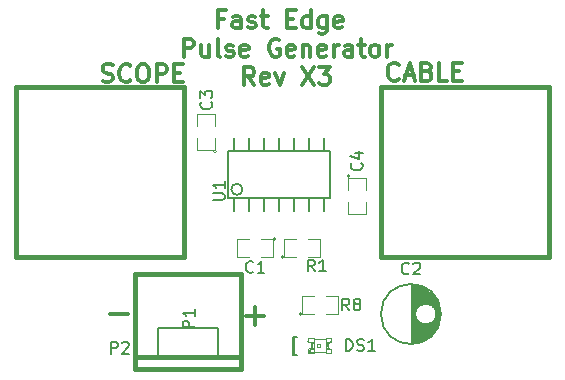
<source format=gto>
G04 #@! TF.FileFunction,Legend,Top*
%FSLAX46Y46*%
G04 Gerber Fmt 4.6, Leading zero omitted, Abs format (unit mm)*
G04 Created by KiCad (PCBNEW (after 2015-mar-04 BZR unknown)-product) date 2/18/2016 12:28:49 PM*
%MOMM*%
G01*
G04 APERTURE LIST*
%ADD10C,0.150000*%
%ADD11C,0.200000*%
%ADD12C,0.300000*%
%ADD13C,0.099060*%
%ADD14C,0.381000*%
%ADD15C,0.127000*%
%ADD16C,0.066040*%
%ADD17C,0.101600*%
%ADD18C,0.050800*%
%ADD19C,0.152400*%
G04 APERTURE END LIST*
D10*
D11*
X23368000Y-30480000D02*
X23749000Y-30480000D01*
X23368000Y-28956000D02*
X23749000Y-28956000D01*
X23368000Y-30480000D02*
X23495000Y-30480000D01*
X23368000Y-28956000D02*
X23495000Y-28956000D01*
X23368000Y-30480000D02*
X23495000Y-30480000D01*
X23368000Y-28956000D02*
X23368000Y-30480000D01*
X23495000Y-28956000D02*
X23495000Y-30480000D01*
D12*
X32329715Y-7139714D02*
X32258286Y-7211143D01*
X32044000Y-7282571D01*
X31901143Y-7282571D01*
X31686858Y-7211143D01*
X31544000Y-7068286D01*
X31472572Y-6925429D01*
X31401143Y-6639714D01*
X31401143Y-6425429D01*
X31472572Y-6139714D01*
X31544000Y-5996857D01*
X31686858Y-5854000D01*
X31901143Y-5782571D01*
X32044000Y-5782571D01*
X32258286Y-5854000D01*
X32329715Y-5925429D01*
X32901143Y-6854000D02*
X33615429Y-6854000D01*
X32758286Y-7282571D02*
X33258286Y-5782571D01*
X33758286Y-7282571D01*
X34758286Y-6496857D02*
X34972572Y-6568286D01*
X35044000Y-6639714D01*
X35115429Y-6782571D01*
X35115429Y-6996857D01*
X35044000Y-7139714D01*
X34972572Y-7211143D01*
X34829714Y-7282571D01*
X34258286Y-7282571D01*
X34258286Y-5782571D01*
X34758286Y-5782571D01*
X34901143Y-5854000D01*
X34972572Y-5925429D01*
X35044000Y-6068286D01*
X35044000Y-6211143D01*
X34972572Y-6354000D01*
X34901143Y-6425429D01*
X34758286Y-6496857D01*
X34258286Y-6496857D01*
X36472572Y-7282571D02*
X35758286Y-7282571D01*
X35758286Y-5782571D01*
X36972572Y-6496857D02*
X37472572Y-6496857D01*
X37686858Y-7282571D02*
X36972572Y-7282571D01*
X36972572Y-5782571D01*
X37686858Y-5782571D01*
X7275143Y-7338143D02*
X7489429Y-7409571D01*
X7846572Y-7409571D01*
X7989429Y-7338143D01*
X8060858Y-7266714D01*
X8132286Y-7123857D01*
X8132286Y-6981000D01*
X8060858Y-6838143D01*
X7989429Y-6766714D01*
X7846572Y-6695286D01*
X7560858Y-6623857D01*
X7418000Y-6552429D01*
X7346572Y-6481000D01*
X7275143Y-6338143D01*
X7275143Y-6195286D01*
X7346572Y-6052429D01*
X7418000Y-5981000D01*
X7560858Y-5909571D01*
X7918000Y-5909571D01*
X8132286Y-5981000D01*
X9632286Y-7266714D02*
X9560857Y-7338143D01*
X9346571Y-7409571D01*
X9203714Y-7409571D01*
X8989429Y-7338143D01*
X8846571Y-7195286D01*
X8775143Y-7052429D01*
X8703714Y-6766714D01*
X8703714Y-6552429D01*
X8775143Y-6266714D01*
X8846571Y-6123857D01*
X8989429Y-5981000D01*
X9203714Y-5909571D01*
X9346571Y-5909571D01*
X9560857Y-5981000D01*
X9632286Y-6052429D01*
X10560857Y-5909571D02*
X10846571Y-5909571D01*
X10989429Y-5981000D01*
X11132286Y-6123857D01*
X11203714Y-6409571D01*
X11203714Y-6909571D01*
X11132286Y-7195286D01*
X10989429Y-7338143D01*
X10846571Y-7409571D01*
X10560857Y-7409571D01*
X10418000Y-7338143D01*
X10275143Y-7195286D01*
X10203714Y-6909571D01*
X10203714Y-6409571D01*
X10275143Y-6123857D01*
X10418000Y-5981000D01*
X10560857Y-5909571D01*
X11846572Y-7409571D02*
X11846572Y-5909571D01*
X12418000Y-5909571D01*
X12560858Y-5981000D01*
X12632286Y-6052429D01*
X12703715Y-6195286D01*
X12703715Y-6409571D01*
X12632286Y-6552429D01*
X12560858Y-6623857D01*
X12418000Y-6695286D01*
X11846572Y-6695286D01*
X13346572Y-6623857D02*
X13846572Y-6623857D01*
X14060858Y-7409571D02*
X13346572Y-7409571D01*
X13346572Y-5909571D01*
X14060858Y-5909571D01*
X17538572Y-2064857D02*
X17038572Y-2064857D01*
X17038572Y-2850571D02*
X17038572Y-1350571D01*
X17752858Y-1350571D01*
X18967143Y-2850571D02*
X18967143Y-2064857D01*
X18895714Y-1922000D01*
X18752857Y-1850571D01*
X18467143Y-1850571D01*
X18324286Y-1922000D01*
X18967143Y-2779143D02*
X18824286Y-2850571D01*
X18467143Y-2850571D01*
X18324286Y-2779143D01*
X18252857Y-2636286D01*
X18252857Y-2493429D01*
X18324286Y-2350571D01*
X18467143Y-2279143D01*
X18824286Y-2279143D01*
X18967143Y-2207714D01*
X19610000Y-2779143D02*
X19752857Y-2850571D01*
X20038572Y-2850571D01*
X20181429Y-2779143D01*
X20252857Y-2636286D01*
X20252857Y-2564857D01*
X20181429Y-2422000D01*
X20038572Y-2350571D01*
X19824286Y-2350571D01*
X19681429Y-2279143D01*
X19610000Y-2136286D01*
X19610000Y-2064857D01*
X19681429Y-1922000D01*
X19824286Y-1850571D01*
X20038572Y-1850571D01*
X20181429Y-1922000D01*
X20681429Y-1850571D02*
X21252858Y-1850571D01*
X20895715Y-1350571D02*
X20895715Y-2636286D01*
X20967143Y-2779143D01*
X21110001Y-2850571D01*
X21252858Y-2850571D01*
X22895715Y-2064857D02*
X23395715Y-2064857D01*
X23610001Y-2850571D02*
X22895715Y-2850571D01*
X22895715Y-1350571D01*
X23610001Y-1350571D01*
X24895715Y-2850571D02*
X24895715Y-1350571D01*
X24895715Y-2779143D02*
X24752858Y-2850571D01*
X24467144Y-2850571D01*
X24324286Y-2779143D01*
X24252858Y-2707714D01*
X24181429Y-2564857D01*
X24181429Y-2136286D01*
X24252858Y-1993429D01*
X24324286Y-1922000D01*
X24467144Y-1850571D01*
X24752858Y-1850571D01*
X24895715Y-1922000D01*
X26252858Y-1850571D02*
X26252858Y-3064857D01*
X26181429Y-3207714D01*
X26110001Y-3279143D01*
X25967144Y-3350571D01*
X25752858Y-3350571D01*
X25610001Y-3279143D01*
X26252858Y-2779143D02*
X26110001Y-2850571D01*
X25824287Y-2850571D01*
X25681429Y-2779143D01*
X25610001Y-2707714D01*
X25538572Y-2564857D01*
X25538572Y-2136286D01*
X25610001Y-1993429D01*
X25681429Y-1922000D01*
X25824287Y-1850571D01*
X26110001Y-1850571D01*
X26252858Y-1922000D01*
X27538572Y-2779143D02*
X27395715Y-2850571D01*
X27110001Y-2850571D01*
X26967144Y-2779143D01*
X26895715Y-2636286D01*
X26895715Y-2064857D01*
X26967144Y-1922000D01*
X27110001Y-1850571D01*
X27395715Y-1850571D01*
X27538572Y-1922000D01*
X27610001Y-2064857D01*
X27610001Y-2207714D01*
X26895715Y-2350571D01*
X14145715Y-5250571D02*
X14145715Y-3750571D01*
X14717143Y-3750571D01*
X14860001Y-3822000D01*
X14931429Y-3893429D01*
X15002858Y-4036286D01*
X15002858Y-4250571D01*
X14931429Y-4393429D01*
X14860001Y-4464857D01*
X14717143Y-4536286D01*
X14145715Y-4536286D01*
X16288572Y-4250571D02*
X16288572Y-5250571D01*
X15645715Y-4250571D02*
X15645715Y-5036286D01*
X15717143Y-5179143D01*
X15860001Y-5250571D01*
X16074286Y-5250571D01*
X16217143Y-5179143D01*
X16288572Y-5107714D01*
X17217144Y-5250571D02*
X17074286Y-5179143D01*
X17002858Y-5036286D01*
X17002858Y-3750571D01*
X17717143Y-5179143D02*
X17860000Y-5250571D01*
X18145715Y-5250571D01*
X18288572Y-5179143D01*
X18360000Y-5036286D01*
X18360000Y-4964857D01*
X18288572Y-4822000D01*
X18145715Y-4750571D01*
X17931429Y-4750571D01*
X17788572Y-4679143D01*
X17717143Y-4536286D01*
X17717143Y-4464857D01*
X17788572Y-4322000D01*
X17931429Y-4250571D01*
X18145715Y-4250571D01*
X18288572Y-4322000D01*
X19574286Y-5179143D02*
X19431429Y-5250571D01*
X19145715Y-5250571D01*
X19002858Y-5179143D01*
X18931429Y-5036286D01*
X18931429Y-4464857D01*
X19002858Y-4322000D01*
X19145715Y-4250571D01*
X19431429Y-4250571D01*
X19574286Y-4322000D01*
X19645715Y-4464857D01*
X19645715Y-4607714D01*
X18931429Y-4750571D01*
X22217143Y-3822000D02*
X22074286Y-3750571D01*
X21860000Y-3750571D01*
X21645715Y-3822000D01*
X21502857Y-3964857D01*
X21431429Y-4107714D01*
X21360000Y-4393429D01*
X21360000Y-4607714D01*
X21431429Y-4893429D01*
X21502857Y-5036286D01*
X21645715Y-5179143D01*
X21860000Y-5250571D01*
X22002857Y-5250571D01*
X22217143Y-5179143D01*
X22288572Y-5107714D01*
X22288572Y-4607714D01*
X22002857Y-4607714D01*
X23502857Y-5179143D02*
X23360000Y-5250571D01*
X23074286Y-5250571D01*
X22931429Y-5179143D01*
X22860000Y-5036286D01*
X22860000Y-4464857D01*
X22931429Y-4322000D01*
X23074286Y-4250571D01*
X23360000Y-4250571D01*
X23502857Y-4322000D01*
X23574286Y-4464857D01*
X23574286Y-4607714D01*
X22860000Y-4750571D01*
X24217143Y-4250571D02*
X24217143Y-5250571D01*
X24217143Y-4393429D02*
X24288571Y-4322000D01*
X24431429Y-4250571D01*
X24645714Y-4250571D01*
X24788571Y-4322000D01*
X24860000Y-4464857D01*
X24860000Y-5250571D01*
X26145714Y-5179143D02*
X26002857Y-5250571D01*
X25717143Y-5250571D01*
X25574286Y-5179143D01*
X25502857Y-5036286D01*
X25502857Y-4464857D01*
X25574286Y-4322000D01*
X25717143Y-4250571D01*
X26002857Y-4250571D01*
X26145714Y-4322000D01*
X26217143Y-4464857D01*
X26217143Y-4607714D01*
X25502857Y-4750571D01*
X26860000Y-5250571D02*
X26860000Y-4250571D01*
X26860000Y-4536286D02*
X26931428Y-4393429D01*
X27002857Y-4322000D01*
X27145714Y-4250571D01*
X27288571Y-4250571D01*
X28431428Y-5250571D02*
X28431428Y-4464857D01*
X28359999Y-4322000D01*
X28217142Y-4250571D01*
X27931428Y-4250571D01*
X27788571Y-4322000D01*
X28431428Y-5179143D02*
X28288571Y-5250571D01*
X27931428Y-5250571D01*
X27788571Y-5179143D01*
X27717142Y-5036286D01*
X27717142Y-4893429D01*
X27788571Y-4750571D01*
X27931428Y-4679143D01*
X28288571Y-4679143D01*
X28431428Y-4607714D01*
X28931428Y-4250571D02*
X29502857Y-4250571D01*
X29145714Y-3750571D02*
X29145714Y-5036286D01*
X29217142Y-5179143D01*
X29360000Y-5250571D01*
X29502857Y-5250571D01*
X30217143Y-5250571D02*
X30074285Y-5179143D01*
X30002857Y-5107714D01*
X29931428Y-4964857D01*
X29931428Y-4536286D01*
X30002857Y-4393429D01*
X30074285Y-4322000D01*
X30217143Y-4250571D01*
X30431428Y-4250571D01*
X30574285Y-4322000D01*
X30645714Y-4393429D01*
X30717143Y-4536286D01*
X30717143Y-4964857D01*
X30645714Y-5107714D01*
X30574285Y-5179143D01*
X30431428Y-5250571D01*
X30217143Y-5250571D01*
X31360000Y-5250571D02*
X31360000Y-4250571D01*
X31360000Y-4536286D02*
X31431428Y-4393429D01*
X31502857Y-4322000D01*
X31645714Y-4250571D01*
X31788571Y-4250571D01*
X20110001Y-7650571D02*
X19610001Y-6936286D01*
X19252858Y-7650571D02*
X19252858Y-6150571D01*
X19824286Y-6150571D01*
X19967144Y-6222000D01*
X20038572Y-6293429D01*
X20110001Y-6436286D01*
X20110001Y-6650571D01*
X20038572Y-6793429D01*
X19967144Y-6864857D01*
X19824286Y-6936286D01*
X19252858Y-6936286D01*
X21324286Y-7579143D02*
X21181429Y-7650571D01*
X20895715Y-7650571D01*
X20752858Y-7579143D01*
X20681429Y-7436286D01*
X20681429Y-6864857D01*
X20752858Y-6722000D01*
X20895715Y-6650571D01*
X21181429Y-6650571D01*
X21324286Y-6722000D01*
X21395715Y-6864857D01*
X21395715Y-7007714D01*
X20681429Y-7150571D01*
X21895715Y-6650571D02*
X22252858Y-7650571D01*
X22610000Y-6650571D01*
X24181429Y-6150571D02*
X25181429Y-7650571D01*
X25181429Y-6150571D02*
X24181429Y-7650571D01*
X25610000Y-6150571D02*
X26538571Y-6150571D01*
X26038571Y-6722000D01*
X26252857Y-6722000D01*
X26395714Y-6793429D01*
X26467143Y-6864857D01*
X26538571Y-7007714D01*
X26538571Y-7364857D01*
X26467143Y-7507714D01*
X26395714Y-7579143D01*
X26252857Y-7650571D01*
X25824285Y-7650571D01*
X25681428Y-7579143D01*
X25610000Y-7507714D01*
X7861905Y-27069143D02*
X9410095Y-27069143D01*
X19418905Y-27196143D02*
X20967095Y-27196143D01*
X20193000Y-27970238D02*
X20193000Y-26422048D01*
D13*
X22606000Y-22225000D02*
G75*
G03X22606000Y-22225000I-127000J0D01*
G01*
X23622000Y-22225000D02*
X22606000Y-22225000D01*
X22606000Y-22225000D02*
X22606000Y-20701000D01*
X22606000Y-20701000D02*
X23622000Y-20701000D01*
X24638000Y-20701000D02*
X25654000Y-20701000D01*
X25654000Y-20701000D02*
X25654000Y-22225000D01*
X25654000Y-22225000D02*
X24638000Y-22225000D01*
X21971000Y-20701000D02*
G75*
G03X21971000Y-20701000I-127000J0D01*
G01*
X20701000Y-20701000D02*
X21717000Y-20701000D01*
X21717000Y-20701000D02*
X21717000Y-22225000D01*
X21717000Y-22225000D02*
X20701000Y-22225000D01*
X19685000Y-22225000D02*
X18669000Y-22225000D01*
X18669000Y-22225000D02*
X18669000Y-20701000D01*
X18669000Y-20701000D02*
X19685000Y-20701000D01*
X16889000Y-13281000D02*
G75*
G03X16889000Y-13281000I-127000J0D01*
G01*
X16762000Y-12138000D02*
X16762000Y-13154000D01*
X16762000Y-13154000D02*
X15238000Y-13154000D01*
X15238000Y-13154000D02*
X15238000Y-12138000D01*
X15238000Y-11122000D02*
X15238000Y-10106000D01*
X15238000Y-10106000D02*
X16762000Y-10106000D01*
X16762000Y-10106000D02*
X16762000Y-11122000D01*
D14*
X19018000Y-31678000D02*
X19018000Y-23678000D01*
X10018000Y-31678000D02*
X10018000Y-23678000D01*
X19018000Y-23678000D02*
X10018000Y-23678000D01*
X19018000Y-30678000D02*
X10018000Y-30678000D01*
X19018000Y-31678000D02*
X10018000Y-31678000D01*
D15*
X17907000Y-13258800D02*
X17907000Y-17221200D01*
X17907000Y-17221200D02*
X26543000Y-17221200D01*
X26543000Y-17221200D02*
X26543000Y-13258800D01*
X26543000Y-13258800D02*
X17907000Y-13258800D01*
X19685000Y-13258800D02*
X19685000Y-12166600D01*
X20955000Y-13258800D02*
X20955000Y-12166600D01*
X22225000Y-13258800D02*
X22225000Y-12166600D01*
X18415000Y-13258800D02*
X18415000Y-12166600D01*
X23495000Y-12166600D02*
X23495000Y-13258800D01*
X24765000Y-12166600D02*
X24765000Y-13258800D01*
X26035000Y-12166600D02*
X26035000Y-13258800D01*
X26035000Y-17221200D02*
X26035000Y-18313400D01*
X24765000Y-17221200D02*
X24765000Y-18313400D01*
X18415000Y-17221200D02*
X18415000Y-18313400D01*
X19685000Y-18313400D02*
X19685000Y-17221200D01*
X23495000Y-18313400D02*
X23495000Y-17221200D01*
X22225000Y-18313400D02*
X22225000Y-17221200D01*
X20955000Y-18313400D02*
X20955000Y-17221200D01*
X19116067Y-16484600D02*
G75*
G03X19116067Y-16484600I-472467J0D01*
G01*
D14*
X14117600Y-22218200D02*
X-83540Y-22218200D01*
X-78460Y-22223280D02*
X-78460Y-7824020D01*
X-83540Y-7818940D02*
X14117600Y-7818940D01*
X14135380Y-22218200D02*
X14135380Y-7818940D01*
X30882400Y-7841800D02*
X45083540Y-7841800D01*
X45078460Y-7836720D02*
X45078460Y-22235980D01*
X45083540Y-22241060D02*
X30882400Y-22241060D01*
X30864620Y-7841800D02*
X30864620Y-22241060D01*
D13*
X28194000Y-15367000D02*
G75*
G03X28194000Y-15367000I-127000J0D01*
G01*
X28067000Y-16510000D02*
X28067000Y-15494000D01*
X28067000Y-15494000D02*
X29591000Y-15494000D01*
X29591000Y-15494000D02*
X29591000Y-16510000D01*
X29591000Y-17526000D02*
X29591000Y-18542000D01*
X29591000Y-18542000D02*
X28067000Y-18542000D01*
X28067000Y-18542000D02*
X28067000Y-17526000D01*
X24130000Y-27051000D02*
G75*
G03X24130000Y-27051000I-127000J0D01*
G01*
X25146000Y-27051000D02*
X24130000Y-27051000D01*
X24130000Y-27051000D02*
X24130000Y-25527000D01*
X24130000Y-25527000D02*
X25146000Y-25527000D01*
X26162000Y-25527000D02*
X27178000Y-25527000D01*
X27178000Y-25527000D02*
X27178000Y-27051000D01*
X27178000Y-27051000D02*
X26162000Y-27051000D01*
D16*
X25156160Y-29418280D02*
X25156160Y-29093160D01*
X25156160Y-29093160D02*
X24655780Y-29093160D01*
X24655780Y-29418280D02*
X24655780Y-29093160D01*
X25156160Y-29418280D02*
X24655780Y-29418280D01*
X25156160Y-30040580D02*
X25156160Y-29890720D01*
X25156160Y-29890720D02*
X24904700Y-29890720D01*
X24904700Y-30040580D02*
X24904700Y-29890720D01*
X25156160Y-30040580D02*
X24904700Y-30040580D01*
X25156160Y-29545280D02*
X25156160Y-29395420D01*
X25156160Y-29395420D02*
X24904700Y-29395420D01*
X24904700Y-29545280D02*
X24904700Y-29395420D01*
X25156160Y-29545280D02*
X24904700Y-29545280D01*
X25156160Y-29916120D02*
X25156160Y-29519880D01*
X25156160Y-29519880D02*
X24980900Y-29519880D01*
X24980900Y-29916120D02*
X24980900Y-29519880D01*
X25156160Y-29916120D02*
X24980900Y-29916120D01*
X26652220Y-29418280D02*
X26652220Y-29093160D01*
X26652220Y-29093160D02*
X26151840Y-29093160D01*
X26151840Y-29418280D02*
X26151840Y-29093160D01*
X26652220Y-29418280D02*
X26151840Y-29418280D01*
X26652220Y-30342840D02*
X26652220Y-30017720D01*
X26652220Y-30017720D02*
X26151840Y-30017720D01*
X26151840Y-30342840D02*
X26151840Y-30017720D01*
X26652220Y-30342840D02*
X26151840Y-30342840D01*
X26403300Y-29545280D02*
X26403300Y-29395420D01*
X26403300Y-29395420D02*
X26151840Y-29395420D01*
X26151840Y-29545280D02*
X26151840Y-29395420D01*
X26403300Y-29545280D02*
X26151840Y-29545280D01*
X26403300Y-30040580D02*
X26403300Y-29890720D01*
X26403300Y-29890720D02*
X26151840Y-29890720D01*
X26151840Y-30040580D02*
X26151840Y-29890720D01*
X26403300Y-30040580D02*
X26151840Y-30040580D01*
X26327100Y-29916120D02*
X26327100Y-29519880D01*
X26327100Y-29519880D02*
X26151840Y-29519880D01*
X26151840Y-29916120D02*
X26151840Y-29519880D01*
X26327100Y-29916120D02*
X26151840Y-29916120D01*
X25654000Y-29817060D02*
X25654000Y-29618940D01*
X25654000Y-29618940D02*
X25455880Y-29618940D01*
X25455880Y-29817060D02*
X25455880Y-29618940D01*
X25654000Y-29817060D02*
X25455880Y-29817060D01*
X25156160Y-30317440D02*
X25156160Y-30017720D01*
X25156160Y-30017720D02*
X24856440Y-30017720D01*
X24856440Y-30317440D02*
X24856440Y-30017720D01*
X25156160Y-30317440D02*
X24856440Y-30317440D01*
X24729440Y-30342840D02*
X24729440Y-30116780D01*
X24729440Y-30116780D02*
X24655780Y-30116780D01*
X24655780Y-30342840D02*
X24655780Y-30116780D01*
X24729440Y-30342840D02*
X24655780Y-30342840D01*
D17*
X25130760Y-29143960D02*
X26177240Y-29143960D01*
X26151840Y-30292040D02*
X24729440Y-30292040D01*
D18*
X24877482Y-30167580D02*
G75*
G03X24877482Y-30167580I-71842J0D01*
G01*
D17*
X24655780Y-30065980D02*
G75*
G03X24655780Y-29370020I0J347980D01*
G01*
X26652220Y-29370020D02*
G75*
G03X26652220Y-30065980I0J-347980D01*
G01*
D19*
X17018000Y-28194000D02*
X17018000Y-30734000D01*
X17018000Y-30734000D02*
X11938000Y-30734000D01*
X11938000Y-30734000D02*
X11938000Y-28194000D01*
X11938000Y-28194000D02*
X17018000Y-28194000D01*
D10*
X33456000Y-24552000D02*
X33456000Y-29550000D01*
X33596000Y-24560000D02*
X33596000Y-29542000D01*
X33736000Y-24576000D02*
X33736000Y-26956000D01*
X33736000Y-27146000D02*
X33736000Y-29526000D01*
X33876000Y-24600000D02*
X33876000Y-26561000D01*
X33876000Y-27541000D02*
X33876000Y-29502000D01*
X34016000Y-24633000D02*
X34016000Y-26394000D01*
X34016000Y-27708000D02*
X34016000Y-29469000D01*
X34156000Y-24674000D02*
X34156000Y-26287000D01*
X34156000Y-27815000D02*
X34156000Y-29428000D01*
X34296000Y-24724000D02*
X34296000Y-26216000D01*
X34296000Y-27886000D02*
X34296000Y-29378000D01*
X34436000Y-24785000D02*
X34436000Y-26172000D01*
X34436000Y-27930000D02*
X34436000Y-29317000D01*
X34576000Y-24855000D02*
X34576000Y-26153000D01*
X34576000Y-27949000D02*
X34576000Y-29247000D01*
X34716000Y-24937000D02*
X34716000Y-26155000D01*
X34716000Y-27947000D02*
X34716000Y-29165000D01*
X34856000Y-25032000D02*
X34856000Y-26180000D01*
X34856000Y-27922000D02*
X34856000Y-29070000D01*
X34996000Y-25143000D02*
X34996000Y-26228000D01*
X34996000Y-27874000D02*
X34996000Y-28959000D01*
X35136000Y-25271000D02*
X35136000Y-26306000D01*
X35136000Y-27796000D02*
X35136000Y-28831000D01*
X35276000Y-25420000D02*
X35276000Y-26423000D01*
X35276000Y-27679000D02*
X35276000Y-28682000D01*
X35416000Y-25599000D02*
X35416000Y-26611000D01*
X35416000Y-27491000D02*
X35416000Y-28503000D01*
X35556000Y-25818000D02*
X35556000Y-28284000D01*
X35696000Y-26107000D02*
X35696000Y-27995000D01*
X35836000Y-26579000D02*
X35836000Y-27523000D01*
X35531000Y-27051000D02*
G75*
G03X35531000Y-27051000I-900000J0D01*
G01*
X35918500Y-27051000D02*
G75*
G03X35918500Y-27051000I-2537500J0D01*
G01*
X25233334Y-23439381D02*
X24900000Y-22963190D01*
X24661905Y-23439381D02*
X24661905Y-22439381D01*
X25042858Y-22439381D01*
X25138096Y-22487000D01*
X25185715Y-22534619D01*
X25233334Y-22629857D01*
X25233334Y-22772714D01*
X25185715Y-22867952D01*
X25138096Y-22915571D01*
X25042858Y-22963190D01*
X24661905Y-22963190D01*
X26185715Y-23439381D02*
X25614286Y-23439381D01*
X25900000Y-23439381D02*
X25900000Y-22439381D01*
X25804762Y-22582238D01*
X25709524Y-22677476D01*
X25614286Y-22725095D01*
X20026334Y-23471143D02*
X19978715Y-23518762D01*
X19835858Y-23566381D01*
X19740620Y-23566381D01*
X19597762Y-23518762D01*
X19502524Y-23423524D01*
X19454905Y-23328286D01*
X19407286Y-23137810D01*
X19407286Y-22994952D01*
X19454905Y-22804476D01*
X19502524Y-22709238D01*
X19597762Y-22614000D01*
X19740620Y-22566381D01*
X19835858Y-22566381D01*
X19978715Y-22614000D01*
X20026334Y-22661619D01*
X20978715Y-23566381D02*
X20407286Y-23566381D01*
X20693000Y-23566381D02*
X20693000Y-22566381D01*
X20597762Y-22709238D01*
X20502524Y-22804476D01*
X20407286Y-22852095D01*
X16455143Y-9096666D02*
X16502762Y-9144285D01*
X16550381Y-9287142D01*
X16550381Y-9382380D01*
X16502762Y-9525238D01*
X16407524Y-9620476D01*
X16312286Y-9668095D01*
X16121810Y-9715714D01*
X15978952Y-9715714D01*
X15788476Y-9668095D01*
X15693238Y-9620476D01*
X15598000Y-9525238D01*
X15550381Y-9382380D01*
X15550381Y-9287142D01*
X15598000Y-9144285D01*
X15645619Y-9096666D01*
X15550381Y-8763333D02*
X15550381Y-8144285D01*
X15931333Y-8477619D01*
X15931333Y-8334761D01*
X15978952Y-8239523D01*
X16026571Y-8191904D01*
X16121810Y-8144285D01*
X16359905Y-8144285D01*
X16455143Y-8191904D01*
X16502762Y-8239523D01*
X16550381Y-8334761D01*
X16550381Y-8620476D01*
X16502762Y-8715714D01*
X16455143Y-8763333D01*
X7969905Y-30410381D02*
X7969905Y-29410381D01*
X8350858Y-29410381D01*
X8446096Y-29458000D01*
X8493715Y-29505619D01*
X8541334Y-29600857D01*
X8541334Y-29743714D01*
X8493715Y-29838952D01*
X8446096Y-29886571D01*
X8350858Y-29934190D01*
X7969905Y-29934190D01*
X8922286Y-29505619D02*
X8969905Y-29458000D01*
X9065143Y-29410381D01*
X9303239Y-29410381D01*
X9398477Y-29458000D01*
X9446096Y-29505619D01*
X9493715Y-29600857D01*
X9493715Y-29696095D01*
X9446096Y-29838952D01*
X8874667Y-30410381D01*
X9493715Y-30410381D01*
X16597381Y-17398905D02*
X17406905Y-17398905D01*
X17502143Y-17351286D01*
X17549762Y-17303667D01*
X17597381Y-17208429D01*
X17597381Y-17017952D01*
X17549762Y-16922714D01*
X17502143Y-16875095D01*
X17406905Y-16827476D01*
X16597381Y-16827476D01*
X17597381Y-15827476D02*
X17597381Y-16398905D01*
X17597381Y-16113191D02*
X16597381Y-16113191D01*
X16740238Y-16208429D01*
X16835476Y-16303667D01*
X16883095Y-16398905D01*
X29186143Y-14263666D02*
X29233762Y-14311285D01*
X29281381Y-14454142D01*
X29281381Y-14549380D01*
X29233762Y-14692238D01*
X29138524Y-14787476D01*
X29043286Y-14835095D01*
X28852810Y-14882714D01*
X28709952Y-14882714D01*
X28519476Y-14835095D01*
X28424238Y-14787476D01*
X28329000Y-14692238D01*
X28281381Y-14549380D01*
X28281381Y-14454142D01*
X28329000Y-14311285D01*
X28376619Y-14263666D01*
X28614714Y-13406523D02*
X29281381Y-13406523D01*
X28233762Y-13644619D02*
X28948048Y-13882714D01*
X28948048Y-13263666D01*
X28154334Y-26741381D02*
X27821000Y-26265190D01*
X27582905Y-26741381D02*
X27582905Y-25741381D01*
X27963858Y-25741381D01*
X28059096Y-25789000D01*
X28106715Y-25836619D01*
X28154334Y-25931857D01*
X28154334Y-26074714D01*
X28106715Y-26169952D01*
X28059096Y-26217571D01*
X27963858Y-26265190D01*
X27582905Y-26265190D01*
X28725762Y-26169952D02*
X28630524Y-26122333D01*
X28582905Y-26074714D01*
X28535286Y-25979476D01*
X28535286Y-25931857D01*
X28582905Y-25836619D01*
X28630524Y-25789000D01*
X28725762Y-25741381D01*
X28916239Y-25741381D01*
X29011477Y-25789000D01*
X29059096Y-25836619D01*
X29106715Y-25931857D01*
X29106715Y-25979476D01*
X29059096Y-26074714D01*
X29011477Y-26122333D01*
X28916239Y-26169952D01*
X28725762Y-26169952D01*
X28630524Y-26217571D01*
X28582905Y-26265190D01*
X28535286Y-26360429D01*
X28535286Y-26550905D01*
X28582905Y-26646143D01*
X28630524Y-26693762D01*
X28725762Y-26741381D01*
X28916239Y-26741381D01*
X29011477Y-26693762D01*
X29059096Y-26646143D01*
X29106715Y-26550905D01*
X29106715Y-26360429D01*
X29059096Y-26265190D01*
X29011477Y-26217571D01*
X28916239Y-26169952D01*
X27868714Y-30170381D02*
X27868714Y-29170381D01*
X28106809Y-29170381D01*
X28249667Y-29218000D01*
X28344905Y-29313238D01*
X28392524Y-29408476D01*
X28440143Y-29598952D01*
X28440143Y-29741810D01*
X28392524Y-29932286D01*
X28344905Y-30027524D01*
X28249667Y-30122762D01*
X28106809Y-30170381D01*
X27868714Y-30170381D01*
X28821095Y-30122762D02*
X28963952Y-30170381D01*
X29202048Y-30170381D01*
X29297286Y-30122762D01*
X29344905Y-30075143D01*
X29392524Y-29979905D01*
X29392524Y-29884667D01*
X29344905Y-29789429D01*
X29297286Y-29741810D01*
X29202048Y-29694190D01*
X29011571Y-29646571D01*
X28916333Y-29598952D01*
X28868714Y-29551333D01*
X28821095Y-29456095D01*
X28821095Y-29360857D01*
X28868714Y-29265619D01*
X28916333Y-29218000D01*
X29011571Y-29170381D01*
X29249667Y-29170381D01*
X29392524Y-29218000D01*
X30344905Y-30170381D02*
X29773476Y-30170381D01*
X30059190Y-30170381D02*
X30059190Y-29170381D01*
X29963952Y-29313238D01*
X29868714Y-29408476D01*
X29773476Y-29456095D01*
X15057381Y-28170095D02*
X14057381Y-28170095D01*
X14057381Y-27789142D01*
X14105000Y-27693904D01*
X14152619Y-27646285D01*
X14247857Y-27598666D01*
X14390714Y-27598666D01*
X14485952Y-27646285D01*
X14533571Y-27693904D01*
X14581190Y-27789142D01*
X14581190Y-28170095D01*
X15057381Y-26646285D02*
X15057381Y-27217714D01*
X15057381Y-26932000D02*
X14057381Y-26932000D01*
X14200238Y-27027238D01*
X14295476Y-27122476D01*
X14343095Y-27217714D01*
X33214334Y-23608143D02*
X33166715Y-23655762D01*
X33023858Y-23703381D01*
X32928620Y-23703381D01*
X32785762Y-23655762D01*
X32690524Y-23560524D01*
X32642905Y-23465286D01*
X32595286Y-23274810D01*
X32595286Y-23131952D01*
X32642905Y-22941476D01*
X32690524Y-22846238D01*
X32785762Y-22751000D01*
X32928620Y-22703381D01*
X33023858Y-22703381D01*
X33166715Y-22751000D01*
X33214334Y-22798619D01*
X33595286Y-22798619D02*
X33642905Y-22751000D01*
X33738143Y-22703381D01*
X33976239Y-22703381D01*
X34071477Y-22751000D01*
X34119096Y-22798619D01*
X34166715Y-22893857D01*
X34166715Y-22989095D01*
X34119096Y-23131952D01*
X33547667Y-23703381D01*
X34166715Y-23703381D01*
M02*

</source>
